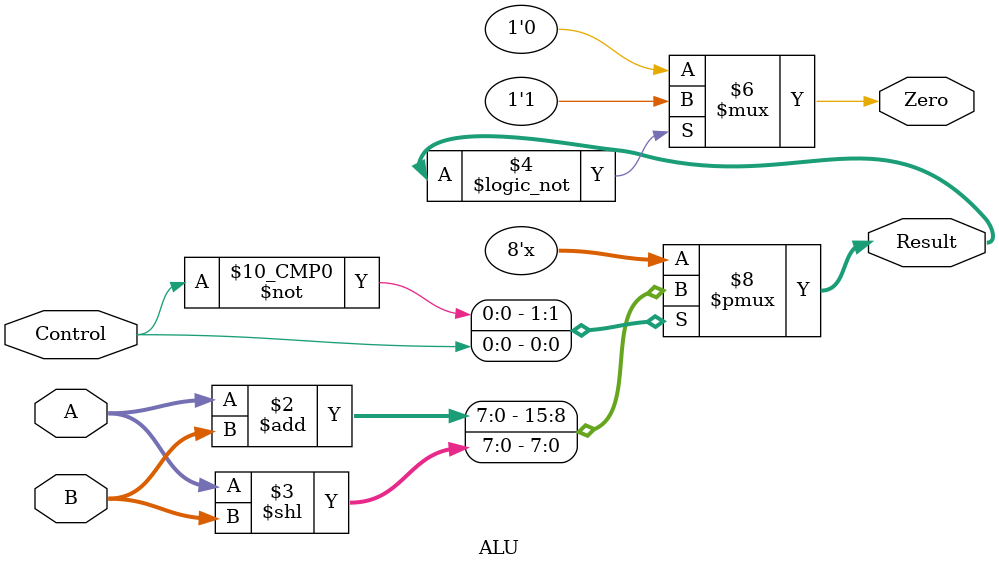
<source format=v>
`timescale 1ns / 1ps


module ALU(input [7:0] A, input [7:0] B, input Control, output reg [7:0] Result, output reg Zero);

always @ (A,B,Control)
begin
	case (Control)
	1'b0: Result = A + B;
	1'b1: Result = A << B;
	endcase
	if (Result == 0) Zero = 1; else Zero = 0;
end
endmodule
</source>
